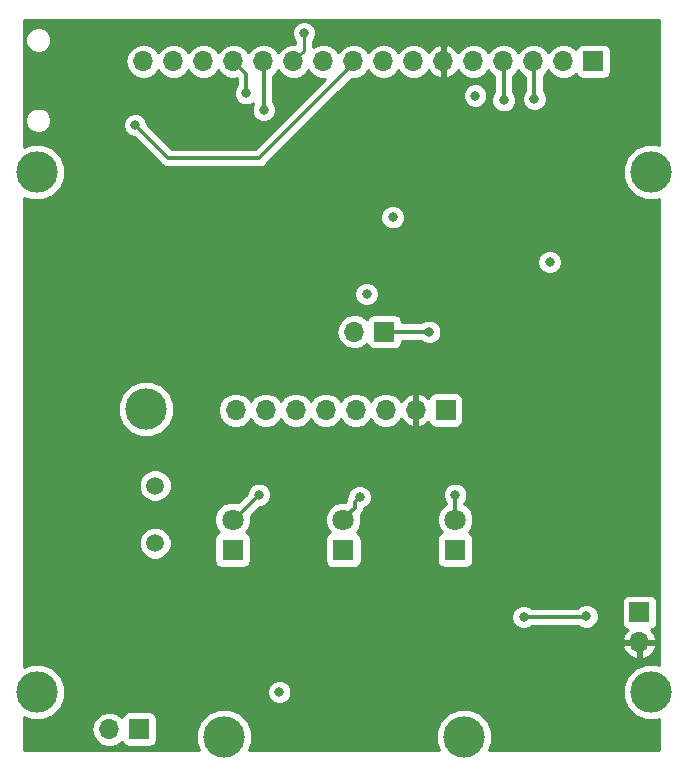
<source format=gbr>
G04 #@! TF.GenerationSoftware,KiCad,Pcbnew,(5.0.2)-1*
G04 #@! TF.CreationDate,2019-02-11T10:40:24+00:00*
G04 #@! TF.ProjectId,AircraftDataLogger,41697263-7261-4667-9444-6174614c6f67,rev?*
G04 #@! TF.SameCoordinates,Original*
G04 #@! TF.FileFunction,Copper,L2,Bot*
G04 #@! TF.FilePolarity,Positive*
%FSLAX46Y46*%
G04 Gerber Fmt 4.6, Leading zero omitted, Abs format (unit mm)*
G04 Created by KiCad (PCBNEW (5.0.2)-1) date 11/02/2019 10:40:24*
%MOMM*%
%LPD*%
G01*
G04 APERTURE LIST*
G04 #@! TA.AperFunction,ComponentPad*
%ADD10C,3.500000*%
G04 #@! TD*
G04 #@! TA.AperFunction,ComponentPad*
%ADD11C,1.800000*%
G04 #@! TD*
G04 #@! TA.AperFunction,ComponentPad*
%ADD12R,1.800000X1.800000*%
G04 #@! TD*
G04 #@! TA.AperFunction,ComponentPad*
%ADD13R,1.700000X1.700000*%
G04 #@! TD*
G04 #@! TA.AperFunction,ComponentPad*
%ADD14O,1.700000X1.700000*%
G04 #@! TD*
G04 #@! TA.AperFunction,ComponentPad*
%ADD15C,1.500000*%
G04 #@! TD*
G04 #@! TA.AperFunction,ViaPad*
%ADD16C,0.800000*%
G04 #@! TD*
G04 #@! TA.AperFunction,Conductor*
%ADD17C,0.250000*%
G04 #@! TD*
G04 #@! TA.AperFunction,Conductor*
%ADD18C,0.300000*%
G04 #@! TD*
G04 #@! TA.AperFunction,Conductor*
%ADD19C,0.254000*%
G04 #@! TD*
G04 APERTURE END LIST*
D10*
G04 #@! TO.P,TL,1*
G04 #@! TO.N,N/C*
X52200000Y-59000000D03*
G04 #@! TD*
G04 #@! TO.P,uSDR,1*
G04 #@! TO.N,N/C*
X88360000Y-106800000D03*
G04 #@! TD*
G04 #@! TO.P,uSDL,1*
G04 #@! TO.N,N/C*
X68040000Y-106800000D03*
G04 #@! TD*
G04 #@! TO.P,BL,1*
G04 #@! TO.N,N/C*
X104200000Y-103000000D03*
G04 #@! TD*
G04 #@! TO.P,TR,1*
G04 #@! TO.N,N/C*
X104200000Y-59000000D03*
G04 #@! TD*
G04 #@! TO.P,GPS,1*
G04 #@! TO.N,N/C*
X61400000Y-79060000D03*
G04 #@! TD*
D11*
G04 #@! TO.P,D1,2*
G04 #@! TO.N,FIX*
X87600000Y-88410000D03*
D12*
G04 #@! TO.P,D1,1*
G04 #@! TO.N,Net-(D1-Pad1)*
X87600000Y-90950000D03*
G04 #@! TD*
G04 #@! TO.P,D2,1*
G04 #@! TO.N,Net-(D2-Pad1)*
X68750000Y-90950000D03*
D11*
G04 #@! TO.P,D2,2*
G04 #@! TO.N,STABLE*
X68750000Y-88410000D03*
G04 #@! TD*
D12*
G04 #@! TO.P,D3,1*
G04 #@! TO.N,Net-(D3-Pad1)*
X78124000Y-90964600D03*
D11*
G04 #@! TO.P,D3,2*
G04 #@! TO.N,REC*
X78124000Y-88424600D03*
G04 #@! TD*
D13*
G04 #@! TO.P,J1,1*
G04 #@! TO.N,Net-(J1-Pad1)*
X86800000Y-79130000D03*
D14*
G04 #@! TO.P,J1,2*
G04 #@! TO.N,GND*
X84260000Y-79130000D03*
G04 #@! TO.P,J1,3*
G04 #@! TO.N,3V3*
X81720000Y-79130000D03*
G04 #@! TO.P,J1,4*
G04 #@! TO.N,SCK*
X79180000Y-79130000D03*
G04 #@! TO.P,J1,5*
G04 #@! TO.N,MISO*
X76640000Y-79130000D03*
G04 #@! TO.P,J1,6*
G04 #@! TO.N,MOSI*
X74100000Y-79130000D03*
G04 #@! TO.P,J1,7*
G04 #@! TO.N,CS*
X71560000Y-79130000D03*
G04 #@! TO.P,J1,8*
G04 #@! TO.N,Net-(J1-Pad8)*
X69020000Y-79130000D03*
G04 #@! TD*
D13*
G04 #@! TO.P,J3,1*
G04 #@! TO.N,TXD*
X60850000Y-106150000D03*
D14*
G04 #@! TO.P,J3,2*
G04 #@! TO.N,RXD*
X58310000Y-106150000D03*
G04 #@! TD*
D15*
G04 #@! TO.P,Y1,1*
G04 #@! TO.N,Net-(C2-Pad2)*
X62200000Y-90400000D03*
G04 #@! TO.P,Y1,2*
G04 #@! TO.N,Net-(C1-Pad2)*
X62200000Y-85520000D03*
G04 #@! TD*
D10*
G04 #@! TO.P,BL,1*
G04 #@! TO.N,N/C*
X52200000Y-103000000D03*
G04 #@! TD*
D13*
G04 #@! TO.P,J2,1*
G04 #@! TO.N,Net-(J2-Pad1)*
X99300000Y-49600000D03*
D14*
G04 #@! TO.P,J2,2*
G04 #@! TO.N,Net-(J2-Pad2)*
X96760000Y-49600000D03*
G04 #@! TO.P,J2,3*
G04 #@! TO.N,SDA*
X94220000Y-49600000D03*
G04 #@! TO.P,J2,4*
G04 #@! TO.N,SCL*
X91680000Y-49600000D03*
G04 #@! TO.P,J2,5*
G04 #@! TO.N,3V3*
X89140000Y-49600000D03*
G04 #@! TO.P,J2,6*
G04 #@! TO.N,GND*
X86600000Y-49600000D03*
G04 #@! TO.P,J2,7*
G04 #@! TO.N,Net-(J2-Pad7)*
X84060000Y-49600000D03*
G04 #@! TO.P,J2,8*
G04 #@! TO.N,3V3*
X81520000Y-49600000D03*
G04 #@! TO.P,J2,9*
G04 #@! TO.N,Net-(J2-Pad9)*
X78980000Y-49600000D03*
G04 #@! TO.P,J2,10*
G04 #@! TO.N,Net-(J2-Pad10)*
X76440000Y-49600000D03*
G04 #@! TO.P,J2,11*
G04 #@! TO.N,FIX*
X73900000Y-49600000D03*
G04 #@! TO.P,J2,12*
G04 #@! TO.N,TXD*
X71360000Y-49600000D03*
G04 #@! TO.P,J2,13*
G04 #@! TO.N,RXD*
X68820000Y-49600000D03*
G04 #@! TO.P,J2,14*
G04 #@! TO.N,Net-(J2-Pad14)*
X66280000Y-49600000D03*
G04 #@! TO.P,J2,15*
G04 #@! TO.N,Net-(J2-Pad15)*
X63740000Y-49600000D03*
G04 #@! TO.P,J2,16*
G04 #@! TO.N,Net-(J2-Pad16)*
X61200000Y-49600000D03*
G04 #@! TD*
G04 #@! TO.P,J4,2*
G04 #@! TO.N,3V3*
X79060000Y-72500000D03*
D13*
G04 #@! TO.P,J4,1*
G04 #@! TO.N,Net-(J4-Pad1)*
X81600000Y-72500000D03*
G04 #@! TD*
G04 #@! TO.P,J5,1*
G04 #@! TO.N,+9V*
X103200000Y-96260000D03*
D14*
G04 #@! TO.P,J5,2*
G04 #@! TO.N,GND*
X103200000Y-98800000D03*
G04 #@! TD*
D16*
G04 #@! TO.N,GND*
X92200000Y-95900000D03*
X56600000Y-87800000D03*
X95600000Y-65000000D03*
X81150000Y-63700000D03*
X79900000Y-97800000D03*
X58200000Y-49300000D03*
X100500000Y-102900000D03*
X96500000Y-98200000D03*
G04 #@! TO.N,3V3*
X82300000Y-62800000D03*
X95600000Y-66600000D03*
X80100000Y-69300000D03*
X72700000Y-103000000D03*
X89300000Y-52500000D03*
G04 #@! TO.N,FIX*
X74800000Y-47200000D03*
X87600000Y-86300000D03*
G04 #@! TO.N,STABLE*
X71000000Y-86300000D03*
G04 #@! TO.N,REC*
X79500000Y-86500000D03*
G04 #@! TO.N,RXD*
X69900000Y-52300000D03*
G04 #@! TO.N,TXD*
X71400000Y-53700000D03*
G04 #@! TO.N,SDA*
X94300000Y-52800000D03*
G04 #@! TO.N,SCL*
X91700000Y-52900000D03*
G04 #@! TO.N,+9V*
X93400000Y-96650000D03*
X98700000Y-96600000D03*
G04 #@! TO.N,Net-(J2-Pad9)*
X60500000Y-55000000D03*
G04 #@! TO.N,Net-(J4-Pad1)*
X85400000Y-72500000D03*
G04 #@! TD*
D17*
G04 #@! TO.N,FIX*
X74800000Y-47200000D02*
X74800000Y-48700000D01*
X74800000Y-48700000D02*
X73900000Y-49600000D01*
D18*
X87600000Y-86300000D02*
X87600000Y-88300000D01*
G04 #@! TO.N,STABLE*
X71000000Y-86300000D02*
X68900000Y-88400000D01*
G04 #@! TO.N,REC*
X79100001Y-86899999D02*
X79100001Y-87399999D01*
X79500000Y-86500000D02*
X79100001Y-86899999D01*
X79100001Y-87399999D02*
X78200000Y-88300000D01*
G04 #@! TO.N,RXD*
X69900000Y-52300000D02*
X69900000Y-50700000D01*
X69900000Y-50700000D02*
X68900000Y-49700000D01*
G04 #@! TO.N,TXD*
X71400000Y-53700000D02*
X71400000Y-53134315D01*
X71400000Y-53134315D02*
X71400000Y-49700000D01*
G04 #@! TO.N,SDA*
X94300000Y-52800000D02*
X94300000Y-52234315D01*
X94300000Y-52234315D02*
X94300000Y-49600000D01*
G04 #@! TO.N,SCL*
X91700000Y-52900000D02*
X91700000Y-52334315D01*
X91700000Y-52334315D02*
X91700000Y-49600000D01*
G04 #@! TO.N,+9V*
X93400000Y-96650000D02*
X98650000Y-96650000D01*
X98650000Y-96650000D02*
X98700000Y-96600000D01*
G04 #@! TO.N,Net-(J2-Pad9)*
X60500000Y-55000000D02*
X63300000Y-57800000D01*
X63300000Y-57800000D02*
X71000000Y-57800000D01*
X71000000Y-57800000D02*
X79100000Y-49700000D01*
G04 #@! TO.N,Net-(J4-Pad1)*
X85400000Y-72500000D02*
X81600000Y-72500000D01*
G04 #@! TD*
D19*
G04 #@! TO.N,GND*
G36*
X104873000Y-56697260D02*
X104674406Y-56615000D01*
X103725594Y-56615000D01*
X102849006Y-56978095D01*
X102178095Y-57649006D01*
X101815000Y-58525594D01*
X101815000Y-59474406D01*
X102178095Y-60350994D01*
X102849006Y-61021905D01*
X103725594Y-61385000D01*
X104674406Y-61385000D01*
X104873000Y-61302740D01*
X104873000Y-100697260D01*
X104674406Y-100615000D01*
X103725594Y-100615000D01*
X102849006Y-100978095D01*
X102178095Y-101649006D01*
X101815000Y-102525594D01*
X101815000Y-103474406D01*
X102178095Y-104350994D01*
X102849006Y-105021905D01*
X103725594Y-105385000D01*
X104674406Y-105385000D01*
X104873000Y-105302740D01*
X104873000Y-107873000D01*
X90497054Y-107873000D01*
X90745000Y-107274406D01*
X90745000Y-106325594D01*
X90381905Y-105449006D01*
X89710994Y-104778095D01*
X88834406Y-104415000D01*
X87885594Y-104415000D01*
X87009006Y-104778095D01*
X86338095Y-105449006D01*
X85975000Y-106325594D01*
X85975000Y-107274406D01*
X86222946Y-107873000D01*
X70177054Y-107873000D01*
X70425000Y-107274406D01*
X70425000Y-106325594D01*
X70061905Y-105449006D01*
X69390994Y-104778095D01*
X68514406Y-104415000D01*
X67565594Y-104415000D01*
X66689006Y-104778095D01*
X66018095Y-105449006D01*
X65655000Y-106325594D01*
X65655000Y-107274406D01*
X65902946Y-107873000D01*
X51127000Y-107873000D01*
X51127000Y-106150000D01*
X56795908Y-106150000D01*
X56911161Y-106729418D01*
X57239375Y-107220625D01*
X57730582Y-107548839D01*
X58163744Y-107635000D01*
X58456256Y-107635000D01*
X58889418Y-107548839D01*
X59380625Y-107220625D01*
X59392816Y-107202381D01*
X59401843Y-107247765D01*
X59542191Y-107457809D01*
X59752235Y-107598157D01*
X60000000Y-107647440D01*
X61700000Y-107647440D01*
X61947765Y-107598157D01*
X62157809Y-107457809D01*
X62298157Y-107247765D01*
X62347440Y-107000000D01*
X62347440Y-105300000D01*
X62298157Y-105052235D01*
X62157809Y-104842191D01*
X61947765Y-104701843D01*
X61700000Y-104652560D01*
X60000000Y-104652560D01*
X59752235Y-104701843D01*
X59542191Y-104842191D01*
X59401843Y-105052235D01*
X59392816Y-105097619D01*
X59380625Y-105079375D01*
X58889418Y-104751161D01*
X58456256Y-104665000D01*
X58163744Y-104665000D01*
X57730582Y-104751161D01*
X57239375Y-105079375D01*
X56911161Y-105570582D01*
X56795908Y-106150000D01*
X51127000Y-106150000D01*
X51127000Y-105137054D01*
X51725594Y-105385000D01*
X52674406Y-105385000D01*
X53550994Y-105021905D01*
X54221905Y-104350994D01*
X54585000Y-103474406D01*
X54585000Y-102794126D01*
X71665000Y-102794126D01*
X71665000Y-103205874D01*
X71822569Y-103586280D01*
X72113720Y-103877431D01*
X72494126Y-104035000D01*
X72905874Y-104035000D01*
X73286280Y-103877431D01*
X73577431Y-103586280D01*
X73735000Y-103205874D01*
X73735000Y-102794126D01*
X73577431Y-102413720D01*
X73286280Y-102122569D01*
X72905874Y-101965000D01*
X72494126Y-101965000D01*
X72113720Y-102122569D01*
X71822569Y-102413720D01*
X71665000Y-102794126D01*
X54585000Y-102794126D01*
X54585000Y-102525594D01*
X54221905Y-101649006D01*
X53550994Y-100978095D01*
X52674406Y-100615000D01*
X51725594Y-100615000D01*
X51127000Y-100862946D01*
X51127000Y-99156890D01*
X101758524Y-99156890D01*
X101928355Y-99566924D01*
X102318642Y-99995183D01*
X102843108Y-100241486D01*
X103073000Y-100120819D01*
X103073000Y-98927000D01*
X103327000Y-98927000D01*
X103327000Y-100120819D01*
X103556892Y-100241486D01*
X104081358Y-99995183D01*
X104471645Y-99566924D01*
X104641476Y-99156890D01*
X104520155Y-98927000D01*
X103327000Y-98927000D01*
X103073000Y-98927000D01*
X101879845Y-98927000D01*
X101758524Y-99156890D01*
X51127000Y-99156890D01*
X51127000Y-96444126D01*
X92365000Y-96444126D01*
X92365000Y-96855874D01*
X92522569Y-97236280D01*
X92813720Y-97527431D01*
X93194126Y-97685000D01*
X93605874Y-97685000D01*
X93986280Y-97527431D01*
X94078711Y-97435000D01*
X98071289Y-97435000D01*
X98113720Y-97477431D01*
X98494126Y-97635000D01*
X98905874Y-97635000D01*
X99286280Y-97477431D01*
X99577431Y-97186280D01*
X99735000Y-96805874D01*
X99735000Y-96394126D01*
X99577431Y-96013720D01*
X99286280Y-95722569D01*
X98905874Y-95565000D01*
X98494126Y-95565000D01*
X98113720Y-95722569D01*
X97971289Y-95865000D01*
X94078711Y-95865000D01*
X93986280Y-95772569D01*
X93605874Y-95615000D01*
X93194126Y-95615000D01*
X92813720Y-95772569D01*
X92522569Y-96063720D01*
X92365000Y-96444126D01*
X51127000Y-96444126D01*
X51127000Y-95410000D01*
X101702560Y-95410000D01*
X101702560Y-97110000D01*
X101751843Y-97357765D01*
X101892191Y-97567809D01*
X102102235Y-97708157D01*
X102205708Y-97728739D01*
X101928355Y-98033076D01*
X101758524Y-98443110D01*
X101879845Y-98673000D01*
X103073000Y-98673000D01*
X103073000Y-98653000D01*
X103327000Y-98653000D01*
X103327000Y-98673000D01*
X104520155Y-98673000D01*
X104641476Y-98443110D01*
X104471645Y-98033076D01*
X104194292Y-97728739D01*
X104297765Y-97708157D01*
X104507809Y-97567809D01*
X104648157Y-97357765D01*
X104697440Y-97110000D01*
X104697440Y-95410000D01*
X104648157Y-95162235D01*
X104507809Y-94952191D01*
X104297765Y-94811843D01*
X104050000Y-94762560D01*
X102350000Y-94762560D01*
X102102235Y-94811843D01*
X101892191Y-94952191D01*
X101751843Y-95162235D01*
X101702560Y-95410000D01*
X51127000Y-95410000D01*
X51127000Y-90124506D01*
X60815000Y-90124506D01*
X60815000Y-90675494D01*
X61025853Y-91184540D01*
X61415460Y-91574147D01*
X61924506Y-91785000D01*
X62475494Y-91785000D01*
X62984540Y-91574147D01*
X63374147Y-91184540D01*
X63585000Y-90675494D01*
X63585000Y-90124506D01*
X63554139Y-90050000D01*
X67202560Y-90050000D01*
X67202560Y-91850000D01*
X67251843Y-92097765D01*
X67392191Y-92307809D01*
X67602235Y-92448157D01*
X67850000Y-92497440D01*
X69650000Y-92497440D01*
X69897765Y-92448157D01*
X70107809Y-92307809D01*
X70248157Y-92097765D01*
X70297440Y-91850000D01*
X70297440Y-90064600D01*
X76576560Y-90064600D01*
X76576560Y-91864600D01*
X76625843Y-92112365D01*
X76766191Y-92322409D01*
X76976235Y-92462757D01*
X77224000Y-92512040D01*
X79024000Y-92512040D01*
X79271765Y-92462757D01*
X79481809Y-92322409D01*
X79622157Y-92112365D01*
X79671440Y-91864600D01*
X79671440Y-90064600D01*
X79668536Y-90050000D01*
X86052560Y-90050000D01*
X86052560Y-91850000D01*
X86101843Y-92097765D01*
X86242191Y-92307809D01*
X86452235Y-92448157D01*
X86700000Y-92497440D01*
X88500000Y-92497440D01*
X88747765Y-92448157D01*
X88957809Y-92307809D01*
X89098157Y-92097765D01*
X89147440Y-91850000D01*
X89147440Y-90050000D01*
X89098157Y-89802235D01*
X88957809Y-89592191D01*
X88747765Y-89451843D01*
X88732092Y-89448725D01*
X88901310Y-89279507D01*
X89135000Y-88715330D01*
X89135000Y-88104670D01*
X88901310Y-87540493D01*
X88469507Y-87108690D01*
X88385000Y-87073686D01*
X88385000Y-86978711D01*
X88477431Y-86886280D01*
X88635000Y-86505874D01*
X88635000Y-86094126D01*
X88477431Y-85713720D01*
X88186280Y-85422569D01*
X87805874Y-85265000D01*
X87394126Y-85265000D01*
X87013720Y-85422569D01*
X86722569Y-85713720D01*
X86565000Y-86094126D01*
X86565000Y-86505874D01*
X86722569Y-86886280D01*
X86815000Y-86978711D01*
X86815000Y-87073686D01*
X86730493Y-87108690D01*
X86298690Y-87540493D01*
X86065000Y-88104670D01*
X86065000Y-88715330D01*
X86298690Y-89279507D01*
X86467908Y-89448725D01*
X86452235Y-89451843D01*
X86242191Y-89592191D01*
X86101843Y-89802235D01*
X86052560Y-90050000D01*
X79668536Y-90050000D01*
X79622157Y-89816835D01*
X79481809Y-89606791D01*
X79271765Y-89466443D01*
X79256092Y-89463325D01*
X79425310Y-89294107D01*
X79659000Y-88729930D01*
X79659000Y-88119270D01*
X79610768Y-88002827D01*
X79665954Y-87965952D01*
X79839455Y-87706291D01*
X79885001Y-87477315D01*
X79885001Y-87477311D01*
X79888579Y-87459321D01*
X80086280Y-87377431D01*
X80377431Y-87086280D01*
X80535000Y-86705874D01*
X80535000Y-86294126D01*
X80377431Y-85913720D01*
X80086280Y-85622569D01*
X79705874Y-85465000D01*
X79294126Y-85465000D01*
X78913720Y-85622569D01*
X78622569Y-85913720D01*
X78465000Y-86294126D01*
X78465000Y-86437383D01*
X78360547Y-86593708D01*
X78315001Y-86822684D01*
X78315001Y-86822687D01*
X78301691Y-86889600D01*
X77818670Y-86889600D01*
X77254493Y-87123290D01*
X76822690Y-87555093D01*
X76589000Y-88119270D01*
X76589000Y-88729930D01*
X76822690Y-89294107D01*
X76991908Y-89463325D01*
X76976235Y-89466443D01*
X76766191Y-89606791D01*
X76625843Y-89816835D01*
X76576560Y-90064600D01*
X70297440Y-90064600D01*
X70297440Y-90050000D01*
X70248157Y-89802235D01*
X70107809Y-89592191D01*
X69897765Y-89451843D01*
X69882092Y-89448725D01*
X70051310Y-89279507D01*
X70285000Y-88715330D01*
X70285000Y-88125157D01*
X71075158Y-87335000D01*
X71205874Y-87335000D01*
X71586280Y-87177431D01*
X71877431Y-86886280D01*
X72035000Y-86505874D01*
X72035000Y-86094126D01*
X71877431Y-85713720D01*
X71586280Y-85422569D01*
X71205874Y-85265000D01*
X70794126Y-85265000D01*
X70413720Y-85422569D01*
X70122569Y-85713720D01*
X69965000Y-86094126D01*
X69965000Y-86224842D01*
X69238833Y-86951010D01*
X69055330Y-86875000D01*
X68444670Y-86875000D01*
X67880493Y-87108690D01*
X67448690Y-87540493D01*
X67215000Y-88104670D01*
X67215000Y-88715330D01*
X67448690Y-89279507D01*
X67617908Y-89448725D01*
X67602235Y-89451843D01*
X67392191Y-89592191D01*
X67251843Y-89802235D01*
X67202560Y-90050000D01*
X63554139Y-90050000D01*
X63374147Y-89615460D01*
X62984540Y-89225853D01*
X62475494Y-89015000D01*
X61924506Y-89015000D01*
X61415460Y-89225853D01*
X61025853Y-89615460D01*
X60815000Y-90124506D01*
X51127000Y-90124506D01*
X51127000Y-85244506D01*
X60815000Y-85244506D01*
X60815000Y-85795494D01*
X61025853Y-86304540D01*
X61415460Y-86694147D01*
X61924506Y-86905000D01*
X62475494Y-86905000D01*
X62984540Y-86694147D01*
X63374147Y-86304540D01*
X63585000Y-85795494D01*
X63585000Y-85244506D01*
X63374147Y-84735460D01*
X62984540Y-84345853D01*
X62475494Y-84135000D01*
X61924506Y-84135000D01*
X61415460Y-84345853D01*
X61025853Y-84735460D01*
X60815000Y-85244506D01*
X51127000Y-85244506D01*
X51127000Y-78585594D01*
X59015000Y-78585594D01*
X59015000Y-79534406D01*
X59378095Y-80410994D01*
X60049006Y-81081905D01*
X60925594Y-81445000D01*
X61874406Y-81445000D01*
X62750994Y-81081905D01*
X63421905Y-80410994D01*
X63785000Y-79534406D01*
X63785000Y-79130000D01*
X67505908Y-79130000D01*
X67621161Y-79709418D01*
X67949375Y-80200625D01*
X68440582Y-80528839D01*
X68873744Y-80615000D01*
X69166256Y-80615000D01*
X69599418Y-80528839D01*
X70090625Y-80200625D01*
X70290000Y-79902239D01*
X70489375Y-80200625D01*
X70980582Y-80528839D01*
X71413744Y-80615000D01*
X71706256Y-80615000D01*
X72139418Y-80528839D01*
X72630625Y-80200625D01*
X72830000Y-79902239D01*
X73029375Y-80200625D01*
X73520582Y-80528839D01*
X73953744Y-80615000D01*
X74246256Y-80615000D01*
X74679418Y-80528839D01*
X75170625Y-80200625D01*
X75370000Y-79902239D01*
X75569375Y-80200625D01*
X76060582Y-80528839D01*
X76493744Y-80615000D01*
X76786256Y-80615000D01*
X77219418Y-80528839D01*
X77710625Y-80200625D01*
X77910000Y-79902239D01*
X78109375Y-80200625D01*
X78600582Y-80528839D01*
X79033744Y-80615000D01*
X79326256Y-80615000D01*
X79759418Y-80528839D01*
X80250625Y-80200625D01*
X80450000Y-79902239D01*
X80649375Y-80200625D01*
X81140582Y-80528839D01*
X81573744Y-80615000D01*
X81866256Y-80615000D01*
X82299418Y-80528839D01*
X82790625Y-80200625D01*
X83003843Y-79881522D01*
X83064817Y-80011358D01*
X83493076Y-80401645D01*
X83903110Y-80571476D01*
X84133000Y-80450155D01*
X84133000Y-79257000D01*
X84113000Y-79257000D01*
X84113000Y-79003000D01*
X84133000Y-79003000D01*
X84133000Y-77809845D01*
X84387000Y-77809845D01*
X84387000Y-79003000D01*
X84407000Y-79003000D01*
X84407000Y-79257000D01*
X84387000Y-79257000D01*
X84387000Y-80450155D01*
X84616890Y-80571476D01*
X85026924Y-80401645D01*
X85331261Y-80124292D01*
X85351843Y-80227765D01*
X85492191Y-80437809D01*
X85702235Y-80578157D01*
X85950000Y-80627440D01*
X87650000Y-80627440D01*
X87897765Y-80578157D01*
X88107809Y-80437809D01*
X88248157Y-80227765D01*
X88297440Y-79980000D01*
X88297440Y-78280000D01*
X88248157Y-78032235D01*
X88107809Y-77822191D01*
X87897765Y-77681843D01*
X87650000Y-77632560D01*
X85950000Y-77632560D01*
X85702235Y-77681843D01*
X85492191Y-77822191D01*
X85351843Y-78032235D01*
X85331261Y-78135708D01*
X85026924Y-77858355D01*
X84616890Y-77688524D01*
X84387000Y-77809845D01*
X84133000Y-77809845D01*
X83903110Y-77688524D01*
X83493076Y-77858355D01*
X83064817Y-78248642D01*
X83003843Y-78378478D01*
X82790625Y-78059375D01*
X82299418Y-77731161D01*
X81866256Y-77645000D01*
X81573744Y-77645000D01*
X81140582Y-77731161D01*
X80649375Y-78059375D01*
X80450000Y-78357761D01*
X80250625Y-78059375D01*
X79759418Y-77731161D01*
X79326256Y-77645000D01*
X79033744Y-77645000D01*
X78600582Y-77731161D01*
X78109375Y-78059375D01*
X77910000Y-78357761D01*
X77710625Y-78059375D01*
X77219418Y-77731161D01*
X76786256Y-77645000D01*
X76493744Y-77645000D01*
X76060582Y-77731161D01*
X75569375Y-78059375D01*
X75370000Y-78357761D01*
X75170625Y-78059375D01*
X74679418Y-77731161D01*
X74246256Y-77645000D01*
X73953744Y-77645000D01*
X73520582Y-77731161D01*
X73029375Y-78059375D01*
X72830000Y-78357761D01*
X72630625Y-78059375D01*
X72139418Y-77731161D01*
X71706256Y-77645000D01*
X71413744Y-77645000D01*
X70980582Y-77731161D01*
X70489375Y-78059375D01*
X70290000Y-78357761D01*
X70090625Y-78059375D01*
X69599418Y-77731161D01*
X69166256Y-77645000D01*
X68873744Y-77645000D01*
X68440582Y-77731161D01*
X67949375Y-78059375D01*
X67621161Y-78550582D01*
X67505908Y-79130000D01*
X63785000Y-79130000D01*
X63785000Y-78585594D01*
X63421905Y-77709006D01*
X62750994Y-77038095D01*
X61874406Y-76675000D01*
X60925594Y-76675000D01*
X60049006Y-77038095D01*
X59378095Y-77709006D01*
X59015000Y-78585594D01*
X51127000Y-78585594D01*
X51127000Y-72500000D01*
X77545908Y-72500000D01*
X77661161Y-73079418D01*
X77989375Y-73570625D01*
X78480582Y-73898839D01*
X78913744Y-73985000D01*
X79206256Y-73985000D01*
X79639418Y-73898839D01*
X80130625Y-73570625D01*
X80142816Y-73552381D01*
X80151843Y-73597765D01*
X80292191Y-73807809D01*
X80502235Y-73948157D01*
X80750000Y-73997440D01*
X82450000Y-73997440D01*
X82697765Y-73948157D01*
X82907809Y-73807809D01*
X83048157Y-73597765D01*
X83097440Y-73350000D01*
X83097440Y-73285000D01*
X84721289Y-73285000D01*
X84813720Y-73377431D01*
X85194126Y-73535000D01*
X85605874Y-73535000D01*
X85986280Y-73377431D01*
X86277431Y-73086280D01*
X86435000Y-72705874D01*
X86435000Y-72294126D01*
X86277431Y-71913720D01*
X85986280Y-71622569D01*
X85605874Y-71465000D01*
X85194126Y-71465000D01*
X84813720Y-71622569D01*
X84721289Y-71715000D01*
X83097440Y-71715000D01*
X83097440Y-71650000D01*
X83048157Y-71402235D01*
X82907809Y-71192191D01*
X82697765Y-71051843D01*
X82450000Y-71002560D01*
X80750000Y-71002560D01*
X80502235Y-71051843D01*
X80292191Y-71192191D01*
X80151843Y-71402235D01*
X80142816Y-71447619D01*
X80130625Y-71429375D01*
X79639418Y-71101161D01*
X79206256Y-71015000D01*
X78913744Y-71015000D01*
X78480582Y-71101161D01*
X77989375Y-71429375D01*
X77661161Y-71920582D01*
X77545908Y-72500000D01*
X51127000Y-72500000D01*
X51127000Y-69094126D01*
X79065000Y-69094126D01*
X79065000Y-69505874D01*
X79222569Y-69886280D01*
X79513720Y-70177431D01*
X79894126Y-70335000D01*
X80305874Y-70335000D01*
X80686280Y-70177431D01*
X80977431Y-69886280D01*
X81135000Y-69505874D01*
X81135000Y-69094126D01*
X80977431Y-68713720D01*
X80686280Y-68422569D01*
X80305874Y-68265000D01*
X79894126Y-68265000D01*
X79513720Y-68422569D01*
X79222569Y-68713720D01*
X79065000Y-69094126D01*
X51127000Y-69094126D01*
X51127000Y-66394126D01*
X94565000Y-66394126D01*
X94565000Y-66805874D01*
X94722569Y-67186280D01*
X95013720Y-67477431D01*
X95394126Y-67635000D01*
X95805874Y-67635000D01*
X96186280Y-67477431D01*
X96477431Y-67186280D01*
X96635000Y-66805874D01*
X96635000Y-66394126D01*
X96477431Y-66013720D01*
X96186280Y-65722569D01*
X95805874Y-65565000D01*
X95394126Y-65565000D01*
X95013720Y-65722569D01*
X94722569Y-66013720D01*
X94565000Y-66394126D01*
X51127000Y-66394126D01*
X51127000Y-62594126D01*
X81265000Y-62594126D01*
X81265000Y-63005874D01*
X81422569Y-63386280D01*
X81713720Y-63677431D01*
X82094126Y-63835000D01*
X82505874Y-63835000D01*
X82886280Y-63677431D01*
X83177431Y-63386280D01*
X83335000Y-63005874D01*
X83335000Y-62594126D01*
X83177431Y-62213720D01*
X82886280Y-61922569D01*
X82505874Y-61765000D01*
X82094126Y-61765000D01*
X81713720Y-61922569D01*
X81422569Y-62213720D01*
X81265000Y-62594126D01*
X51127000Y-62594126D01*
X51127000Y-61137054D01*
X51725594Y-61385000D01*
X52674406Y-61385000D01*
X53550994Y-61021905D01*
X54221905Y-60350994D01*
X54585000Y-59474406D01*
X54585000Y-58525594D01*
X54221905Y-57649006D01*
X53550994Y-56978095D01*
X52674406Y-56615000D01*
X51725594Y-56615000D01*
X51127000Y-56862946D01*
X51127000Y-54384180D01*
X51215000Y-54384180D01*
X51215000Y-54815820D01*
X51380182Y-55214603D01*
X51685397Y-55519818D01*
X52084180Y-55685000D01*
X52515820Y-55685000D01*
X52914603Y-55519818D01*
X53219818Y-55214603D01*
X53385000Y-54815820D01*
X53385000Y-54794126D01*
X59465000Y-54794126D01*
X59465000Y-55205874D01*
X59622569Y-55586280D01*
X59913720Y-55877431D01*
X60294126Y-56035000D01*
X60424843Y-56035000D01*
X62690253Y-58300411D01*
X62734047Y-58365953D01*
X62799589Y-58409747D01*
X62799591Y-58409749D01*
X62972965Y-58525594D01*
X62993708Y-58539454D01*
X63222684Y-58585000D01*
X63222688Y-58585000D01*
X63300000Y-58600378D01*
X63377312Y-58585000D01*
X70922688Y-58585000D01*
X71000000Y-58600378D01*
X71077312Y-58585000D01*
X71077316Y-58585000D01*
X71306292Y-58539454D01*
X71565953Y-58365953D01*
X71609749Y-58300408D01*
X77616031Y-52294126D01*
X88265000Y-52294126D01*
X88265000Y-52705874D01*
X88422569Y-53086280D01*
X88713720Y-53377431D01*
X89094126Y-53535000D01*
X89505874Y-53535000D01*
X89886280Y-53377431D01*
X90177431Y-53086280D01*
X90335000Y-52705874D01*
X90335000Y-52294126D01*
X90177431Y-51913720D01*
X89886280Y-51622569D01*
X89505874Y-51465000D01*
X89094126Y-51465000D01*
X88713720Y-51622569D01*
X88422569Y-51913720D01*
X88265000Y-52294126D01*
X77616031Y-52294126D01*
X78826582Y-51083575D01*
X78833744Y-51085000D01*
X79126256Y-51085000D01*
X79559418Y-50998839D01*
X80050625Y-50670625D01*
X80250000Y-50372239D01*
X80449375Y-50670625D01*
X80940582Y-50998839D01*
X81373744Y-51085000D01*
X81666256Y-51085000D01*
X82099418Y-50998839D01*
X82590625Y-50670625D01*
X82790000Y-50372239D01*
X82989375Y-50670625D01*
X83480582Y-50998839D01*
X83913744Y-51085000D01*
X84206256Y-51085000D01*
X84639418Y-50998839D01*
X85130625Y-50670625D01*
X85343843Y-50351522D01*
X85404817Y-50481358D01*
X85833076Y-50871645D01*
X86243110Y-51041476D01*
X86473000Y-50920155D01*
X86473000Y-49727000D01*
X86453000Y-49727000D01*
X86453000Y-49473000D01*
X86473000Y-49473000D01*
X86473000Y-48279845D01*
X86727000Y-48279845D01*
X86727000Y-49473000D01*
X86747000Y-49473000D01*
X86747000Y-49727000D01*
X86727000Y-49727000D01*
X86727000Y-50920155D01*
X86956890Y-51041476D01*
X87366924Y-50871645D01*
X87795183Y-50481358D01*
X87856157Y-50351522D01*
X88069375Y-50670625D01*
X88560582Y-50998839D01*
X88993744Y-51085000D01*
X89286256Y-51085000D01*
X89719418Y-50998839D01*
X90210625Y-50670625D01*
X90410000Y-50372239D01*
X90609375Y-50670625D01*
X90915001Y-50874837D01*
X90915000Y-52221289D01*
X90822569Y-52313720D01*
X90665000Y-52694126D01*
X90665000Y-53105874D01*
X90822569Y-53486280D01*
X91113720Y-53777431D01*
X91494126Y-53935000D01*
X91905874Y-53935000D01*
X92286280Y-53777431D01*
X92577431Y-53486280D01*
X92735000Y-53105874D01*
X92735000Y-52694126D01*
X92577431Y-52313720D01*
X92485000Y-52221289D01*
X92485000Y-50848110D01*
X92750625Y-50670625D01*
X92950000Y-50372239D01*
X93149375Y-50670625D01*
X93515001Y-50914928D01*
X93515000Y-52121289D01*
X93422569Y-52213720D01*
X93265000Y-52594126D01*
X93265000Y-53005874D01*
X93422569Y-53386280D01*
X93713720Y-53677431D01*
X94094126Y-53835000D01*
X94505874Y-53835000D01*
X94886280Y-53677431D01*
X95177431Y-53386280D01*
X95335000Y-53005874D01*
X95335000Y-52594126D01*
X95177431Y-52213720D01*
X95085000Y-52121289D01*
X95085000Y-50808019D01*
X95290625Y-50670625D01*
X95490000Y-50372239D01*
X95689375Y-50670625D01*
X96180582Y-50998839D01*
X96613744Y-51085000D01*
X96906256Y-51085000D01*
X97339418Y-50998839D01*
X97830625Y-50670625D01*
X97842816Y-50652381D01*
X97851843Y-50697765D01*
X97992191Y-50907809D01*
X98202235Y-51048157D01*
X98450000Y-51097440D01*
X100150000Y-51097440D01*
X100397765Y-51048157D01*
X100607809Y-50907809D01*
X100748157Y-50697765D01*
X100797440Y-50450000D01*
X100797440Y-48750000D01*
X100748157Y-48502235D01*
X100607809Y-48292191D01*
X100397765Y-48151843D01*
X100150000Y-48102560D01*
X98450000Y-48102560D01*
X98202235Y-48151843D01*
X97992191Y-48292191D01*
X97851843Y-48502235D01*
X97842816Y-48547619D01*
X97830625Y-48529375D01*
X97339418Y-48201161D01*
X96906256Y-48115000D01*
X96613744Y-48115000D01*
X96180582Y-48201161D01*
X95689375Y-48529375D01*
X95490000Y-48827761D01*
X95290625Y-48529375D01*
X94799418Y-48201161D01*
X94366256Y-48115000D01*
X94073744Y-48115000D01*
X93640582Y-48201161D01*
X93149375Y-48529375D01*
X92950000Y-48827761D01*
X92750625Y-48529375D01*
X92259418Y-48201161D01*
X91826256Y-48115000D01*
X91533744Y-48115000D01*
X91100582Y-48201161D01*
X90609375Y-48529375D01*
X90410000Y-48827761D01*
X90210625Y-48529375D01*
X89719418Y-48201161D01*
X89286256Y-48115000D01*
X88993744Y-48115000D01*
X88560582Y-48201161D01*
X88069375Y-48529375D01*
X87856157Y-48848478D01*
X87795183Y-48718642D01*
X87366924Y-48328355D01*
X86956890Y-48158524D01*
X86727000Y-48279845D01*
X86473000Y-48279845D01*
X86243110Y-48158524D01*
X85833076Y-48328355D01*
X85404817Y-48718642D01*
X85343843Y-48848478D01*
X85130625Y-48529375D01*
X84639418Y-48201161D01*
X84206256Y-48115000D01*
X83913744Y-48115000D01*
X83480582Y-48201161D01*
X82989375Y-48529375D01*
X82790000Y-48827761D01*
X82590625Y-48529375D01*
X82099418Y-48201161D01*
X81666256Y-48115000D01*
X81373744Y-48115000D01*
X80940582Y-48201161D01*
X80449375Y-48529375D01*
X80250000Y-48827761D01*
X80050625Y-48529375D01*
X79559418Y-48201161D01*
X79126256Y-48115000D01*
X78833744Y-48115000D01*
X78400582Y-48201161D01*
X77909375Y-48529375D01*
X77710000Y-48827761D01*
X77510625Y-48529375D01*
X77019418Y-48201161D01*
X76586256Y-48115000D01*
X76293744Y-48115000D01*
X75860582Y-48201161D01*
X75560000Y-48402003D01*
X75560000Y-47903711D01*
X75677431Y-47786280D01*
X75835000Y-47405874D01*
X75835000Y-46994126D01*
X75677431Y-46613720D01*
X75386280Y-46322569D01*
X75005874Y-46165000D01*
X74594126Y-46165000D01*
X74213720Y-46322569D01*
X73922569Y-46613720D01*
X73765000Y-46994126D01*
X73765000Y-47405874D01*
X73922569Y-47786280D01*
X74040000Y-47903711D01*
X74040001Y-48115000D01*
X73753744Y-48115000D01*
X73320582Y-48201161D01*
X72829375Y-48529375D01*
X72630000Y-48827761D01*
X72430625Y-48529375D01*
X71939418Y-48201161D01*
X71506256Y-48115000D01*
X71213744Y-48115000D01*
X70780582Y-48201161D01*
X70289375Y-48529375D01*
X70090000Y-48827761D01*
X69890625Y-48529375D01*
X69399418Y-48201161D01*
X68966256Y-48115000D01*
X68673744Y-48115000D01*
X68240582Y-48201161D01*
X67749375Y-48529375D01*
X67550000Y-48827761D01*
X67350625Y-48529375D01*
X66859418Y-48201161D01*
X66426256Y-48115000D01*
X66133744Y-48115000D01*
X65700582Y-48201161D01*
X65209375Y-48529375D01*
X65010000Y-48827761D01*
X64810625Y-48529375D01*
X64319418Y-48201161D01*
X63886256Y-48115000D01*
X63593744Y-48115000D01*
X63160582Y-48201161D01*
X62669375Y-48529375D01*
X62470000Y-48827761D01*
X62270625Y-48529375D01*
X61779418Y-48201161D01*
X61346256Y-48115000D01*
X61053744Y-48115000D01*
X60620582Y-48201161D01*
X60129375Y-48529375D01*
X59801161Y-49020582D01*
X59685908Y-49600000D01*
X59801161Y-50179418D01*
X60129375Y-50670625D01*
X60620582Y-50998839D01*
X61053744Y-51085000D01*
X61346256Y-51085000D01*
X61779418Y-50998839D01*
X62270625Y-50670625D01*
X62470000Y-50372239D01*
X62669375Y-50670625D01*
X63160582Y-50998839D01*
X63593744Y-51085000D01*
X63886256Y-51085000D01*
X64319418Y-50998839D01*
X64810625Y-50670625D01*
X65010000Y-50372239D01*
X65209375Y-50670625D01*
X65700582Y-50998839D01*
X66133744Y-51085000D01*
X66426256Y-51085000D01*
X66859418Y-50998839D01*
X67350625Y-50670625D01*
X67550000Y-50372239D01*
X67749375Y-50670625D01*
X68240582Y-50998839D01*
X68673744Y-51085000D01*
X68966256Y-51085000D01*
X69115001Y-51055413D01*
X69115000Y-51621289D01*
X69022569Y-51713720D01*
X68865000Y-52094126D01*
X68865000Y-52505874D01*
X69022569Y-52886280D01*
X69313720Y-53177431D01*
X69694126Y-53335000D01*
X70105874Y-53335000D01*
X70486280Y-53177431D01*
X70503179Y-53160532D01*
X70365000Y-53494126D01*
X70365000Y-53905874D01*
X70522569Y-54286280D01*
X70813720Y-54577431D01*
X71194126Y-54735000D01*
X71605874Y-54735000D01*
X71986280Y-54577431D01*
X72277431Y-54286280D01*
X72435000Y-53905874D01*
X72435000Y-53494126D01*
X72277431Y-53113720D01*
X72185000Y-53021289D01*
X72185000Y-50834746D01*
X72430625Y-50670625D01*
X72630000Y-50372239D01*
X72829375Y-50670625D01*
X73320582Y-50998839D01*
X73753744Y-51085000D01*
X74046256Y-51085000D01*
X74479418Y-50998839D01*
X74970625Y-50670625D01*
X75170000Y-50372239D01*
X75369375Y-50670625D01*
X75860582Y-50998839D01*
X76293744Y-51085000D01*
X76586256Y-51085000D01*
X76609457Y-51080385D01*
X70674843Y-57015000D01*
X63625158Y-57015000D01*
X61535000Y-54924843D01*
X61535000Y-54794126D01*
X61377431Y-54413720D01*
X61086280Y-54122569D01*
X60705874Y-53965000D01*
X60294126Y-53965000D01*
X59913720Y-54122569D01*
X59622569Y-54413720D01*
X59465000Y-54794126D01*
X53385000Y-54794126D01*
X53385000Y-54384180D01*
X53219818Y-53985397D01*
X52914603Y-53680182D01*
X52515820Y-53515000D01*
X52084180Y-53515000D01*
X51685397Y-53680182D01*
X51380182Y-53985397D01*
X51215000Y-54384180D01*
X51127000Y-54384180D01*
X51127000Y-47584180D01*
X51215000Y-47584180D01*
X51215000Y-48015820D01*
X51380182Y-48414603D01*
X51685397Y-48719818D01*
X52084180Y-48885000D01*
X52515820Y-48885000D01*
X52914603Y-48719818D01*
X53219818Y-48414603D01*
X53385000Y-48015820D01*
X53385000Y-47584180D01*
X53219818Y-47185397D01*
X52914603Y-46880182D01*
X52515820Y-46715000D01*
X52084180Y-46715000D01*
X51685397Y-46880182D01*
X51380182Y-47185397D01*
X51215000Y-47584180D01*
X51127000Y-47584180D01*
X51127000Y-46127000D01*
X104873000Y-46127000D01*
X104873000Y-56697260D01*
X104873000Y-56697260D01*
G37*
X104873000Y-56697260D02*
X104674406Y-56615000D01*
X103725594Y-56615000D01*
X102849006Y-56978095D01*
X102178095Y-57649006D01*
X101815000Y-58525594D01*
X101815000Y-59474406D01*
X102178095Y-60350994D01*
X102849006Y-61021905D01*
X103725594Y-61385000D01*
X104674406Y-61385000D01*
X104873000Y-61302740D01*
X104873000Y-100697260D01*
X104674406Y-100615000D01*
X103725594Y-100615000D01*
X102849006Y-100978095D01*
X102178095Y-101649006D01*
X101815000Y-102525594D01*
X101815000Y-103474406D01*
X102178095Y-104350994D01*
X102849006Y-105021905D01*
X103725594Y-105385000D01*
X104674406Y-105385000D01*
X104873000Y-105302740D01*
X104873000Y-107873000D01*
X90497054Y-107873000D01*
X90745000Y-107274406D01*
X90745000Y-106325594D01*
X90381905Y-105449006D01*
X89710994Y-104778095D01*
X88834406Y-104415000D01*
X87885594Y-104415000D01*
X87009006Y-104778095D01*
X86338095Y-105449006D01*
X85975000Y-106325594D01*
X85975000Y-107274406D01*
X86222946Y-107873000D01*
X70177054Y-107873000D01*
X70425000Y-107274406D01*
X70425000Y-106325594D01*
X70061905Y-105449006D01*
X69390994Y-104778095D01*
X68514406Y-104415000D01*
X67565594Y-104415000D01*
X66689006Y-104778095D01*
X66018095Y-105449006D01*
X65655000Y-106325594D01*
X65655000Y-107274406D01*
X65902946Y-107873000D01*
X51127000Y-107873000D01*
X51127000Y-106150000D01*
X56795908Y-106150000D01*
X56911161Y-106729418D01*
X57239375Y-107220625D01*
X57730582Y-107548839D01*
X58163744Y-107635000D01*
X58456256Y-107635000D01*
X58889418Y-107548839D01*
X59380625Y-107220625D01*
X59392816Y-107202381D01*
X59401843Y-107247765D01*
X59542191Y-107457809D01*
X59752235Y-107598157D01*
X60000000Y-107647440D01*
X61700000Y-107647440D01*
X61947765Y-107598157D01*
X62157809Y-107457809D01*
X62298157Y-107247765D01*
X62347440Y-107000000D01*
X62347440Y-105300000D01*
X62298157Y-105052235D01*
X62157809Y-104842191D01*
X61947765Y-104701843D01*
X61700000Y-104652560D01*
X60000000Y-104652560D01*
X59752235Y-104701843D01*
X59542191Y-104842191D01*
X59401843Y-105052235D01*
X59392816Y-105097619D01*
X59380625Y-105079375D01*
X58889418Y-104751161D01*
X58456256Y-104665000D01*
X58163744Y-104665000D01*
X57730582Y-104751161D01*
X57239375Y-105079375D01*
X56911161Y-105570582D01*
X56795908Y-106150000D01*
X51127000Y-106150000D01*
X51127000Y-105137054D01*
X51725594Y-105385000D01*
X52674406Y-105385000D01*
X53550994Y-105021905D01*
X54221905Y-104350994D01*
X54585000Y-103474406D01*
X54585000Y-102794126D01*
X71665000Y-102794126D01*
X71665000Y-103205874D01*
X71822569Y-103586280D01*
X72113720Y-103877431D01*
X72494126Y-104035000D01*
X72905874Y-104035000D01*
X73286280Y-103877431D01*
X73577431Y-103586280D01*
X73735000Y-103205874D01*
X73735000Y-102794126D01*
X73577431Y-102413720D01*
X73286280Y-102122569D01*
X72905874Y-101965000D01*
X72494126Y-101965000D01*
X72113720Y-102122569D01*
X71822569Y-102413720D01*
X71665000Y-102794126D01*
X54585000Y-102794126D01*
X54585000Y-102525594D01*
X54221905Y-101649006D01*
X53550994Y-100978095D01*
X52674406Y-100615000D01*
X51725594Y-100615000D01*
X51127000Y-100862946D01*
X51127000Y-99156890D01*
X101758524Y-99156890D01*
X101928355Y-99566924D01*
X102318642Y-99995183D01*
X102843108Y-100241486D01*
X103073000Y-100120819D01*
X103073000Y-98927000D01*
X103327000Y-98927000D01*
X103327000Y-100120819D01*
X103556892Y-100241486D01*
X104081358Y-99995183D01*
X104471645Y-99566924D01*
X104641476Y-99156890D01*
X104520155Y-98927000D01*
X103327000Y-98927000D01*
X103073000Y-98927000D01*
X101879845Y-98927000D01*
X101758524Y-99156890D01*
X51127000Y-99156890D01*
X51127000Y-96444126D01*
X92365000Y-96444126D01*
X92365000Y-96855874D01*
X92522569Y-97236280D01*
X92813720Y-97527431D01*
X93194126Y-97685000D01*
X93605874Y-97685000D01*
X93986280Y-97527431D01*
X94078711Y-97435000D01*
X98071289Y-97435000D01*
X98113720Y-97477431D01*
X98494126Y-97635000D01*
X98905874Y-97635000D01*
X99286280Y-97477431D01*
X99577431Y-97186280D01*
X99735000Y-96805874D01*
X99735000Y-96394126D01*
X99577431Y-96013720D01*
X99286280Y-95722569D01*
X98905874Y-95565000D01*
X98494126Y-95565000D01*
X98113720Y-95722569D01*
X97971289Y-95865000D01*
X94078711Y-95865000D01*
X93986280Y-95772569D01*
X93605874Y-95615000D01*
X93194126Y-95615000D01*
X92813720Y-95772569D01*
X92522569Y-96063720D01*
X92365000Y-96444126D01*
X51127000Y-96444126D01*
X51127000Y-95410000D01*
X101702560Y-95410000D01*
X101702560Y-97110000D01*
X101751843Y-97357765D01*
X101892191Y-97567809D01*
X102102235Y-97708157D01*
X102205708Y-97728739D01*
X101928355Y-98033076D01*
X101758524Y-98443110D01*
X101879845Y-98673000D01*
X103073000Y-98673000D01*
X103073000Y-98653000D01*
X103327000Y-98653000D01*
X103327000Y-98673000D01*
X104520155Y-98673000D01*
X104641476Y-98443110D01*
X104471645Y-98033076D01*
X104194292Y-97728739D01*
X104297765Y-97708157D01*
X104507809Y-97567809D01*
X104648157Y-97357765D01*
X104697440Y-97110000D01*
X104697440Y-95410000D01*
X104648157Y-95162235D01*
X104507809Y-94952191D01*
X104297765Y-94811843D01*
X104050000Y-94762560D01*
X102350000Y-94762560D01*
X102102235Y-94811843D01*
X101892191Y-94952191D01*
X101751843Y-95162235D01*
X101702560Y-95410000D01*
X51127000Y-95410000D01*
X51127000Y-90124506D01*
X60815000Y-90124506D01*
X60815000Y-90675494D01*
X61025853Y-91184540D01*
X61415460Y-91574147D01*
X61924506Y-91785000D01*
X62475494Y-91785000D01*
X62984540Y-91574147D01*
X63374147Y-91184540D01*
X63585000Y-90675494D01*
X63585000Y-90124506D01*
X63554139Y-90050000D01*
X67202560Y-90050000D01*
X67202560Y-91850000D01*
X67251843Y-92097765D01*
X67392191Y-92307809D01*
X67602235Y-92448157D01*
X67850000Y-92497440D01*
X69650000Y-92497440D01*
X69897765Y-92448157D01*
X70107809Y-92307809D01*
X70248157Y-92097765D01*
X70297440Y-91850000D01*
X70297440Y-90064600D01*
X76576560Y-90064600D01*
X76576560Y-91864600D01*
X76625843Y-92112365D01*
X76766191Y-92322409D01*
X76976235Y-92462757D01*
X77224000Y-92512040D01*
X79024000Y-92512040D01*
X79271765Y-92462757D01*
X79481809Y-92322409D01*
X79622157Y-92112365D01*
X79671440Y-91864600D01*
X79671440Y-90064600D01*
X79668536Y-90050000D01*
X86052560Y-90050000D01*
X86052560Y-91850000D01*
X86101843Y-92097765D01*
X86242191Y-92307809D01*
X86452235Y-92448157D01*
X86700000Y-92497440D01*
X88500000Y-92497440D01*
X88747765Y-92448157D01*
X88957809Y-92307809D01*
X89098157Y-92097765D01*
X89147440Y-91850000D01*
X89147440Y-90050000D01*
X89098157Y-89802235D01*
X88957809Y-89592191D01*
X88747765Y-89451843D01*
X88732092Y-89448725D01*
X88901310Y-89279507D01*
X89135000Y-88715330D01*
X89135000Y-88104670D01*
X88901310Y-87540493D01*
X88469507Y-87108690D01*
X88385000Y-87073686D01*
X88385000Y-86978711D01*
X88477431Y-86886280D01*
X88635000Y-86505874D01*
X88635000Y-86094126D01*
X88477431Y-85713720D01*
X88186280Y-85422569D01*
X87805874Y-85265000D01*
X87394126Y-85265000D01*
X87013720Y-85422569D01*
X86722569Y-85713720D01*
X86565000Y-86094126D01*
X86565000Y-86505874D01*
X86722569Y-86886280D01*
X86815000Y-86978711D01*
X86815000Y-87073686D01*
X86730493Y-87108690D01*
X86298690Y-87540493D01*
X86065000Y-88104670D01*
X86065000Y-88715330D01*
X86298690Y-89279507D01*
X86467908Y-89448725D01*
X86452235Y-89451843D01*
X86242191Y-89592191D01*
X86101843Y-89802235D01*
X86052560Y-90050000D01*
X79668536Y-90050000D01*
X79622157Y-89816835D01*
X79481809Y-89606791D01*
X79271765Y-89466443D01*
X79256092Y-89463325D01*
X79425310Y-89294107D01*
X79659000Y-88729930D01*
X79659000Y-88119270D01*
X79610768Y-88002827D01*
X79665954Y-87965952D01*
X79839455Y-87706291D01*
X79885001Y-87477315D01*
X79885001Y-87477311D01*
X79888579Y-87459321D01*
X80086280Y-87377431D01*
X80377431Y-87086280D01*
X80535000Y-86705874D01*
X80535000Y-86294126D01*
X80377431Y-85913720D01*
X80086280Y-85622569D01*
X79705874Y-85465000D01*
X79294126Y-85465000D01*
X78913720Y-85622569D01*
X78622569Y-85913720D01*
X78465000Y-86294126D01*
X78465000Y-86437383D01*
X78360547Y-86593708D01*
X78315001Y-86822684D01*
X78315001Y-86822687D01*
X78301691Y-86889600D01*
X77818670Y-86889600D01*
X77254493Y-87123290D01*
X76822690Y-87555093D01*
X76589000Y-88119270D01*
X76589000Y-88729930D01*
X76822690Y-89294107D01*
X76991908Y-89463325D01*
X76976235Y-89466443D01*
X76766191Y-89606791D01*
X76625843Y-89816835D01*
X76576560Y-90064600D01*
X70297440Y-90064600D01*
X70297440Y-90050000D01*
X70248157Y-89802235D01*
X70107809Y-89592191D01*
X69897765Y-89451843D01*
X69882092Y-89448725D01*
X70051310Y-89279507D01*
X70285000Y-88715330D01*
X70285000Y-88125157D01*
X71075158Y-87335000D01*
X71205874Y-87335000D01*
X71586280Y-87177431D01*
X71877431Y-86886280D01*
X72035000Y-86505874D01*
X72035000Y-86094126D01*
X71877431Y-85713720D01*
X71586280Y-85422569D01*
X71205874Y-85265000D01*
X70794126Y-85265000D01*
X70413720Y-85422569D01*
X70122569Y-85713720D01*
X69965000Y-86094126D01*
X69965000Y-86224842D01*
X69238833Y-86951010D01*
X69055330Y-86875000D01*
X68444670Y-86875000D01*
X67880493Y-87108690D01*
X67448690Y-87540493D01*
X67215000Y-88104670D01*
X67215000Y-88715330D01*
X67448690Y-89279507D01*
X67617908Y-89448725D01*
X67602235Y-89451843D01*
X67392191Y-89592191D01*
X67251843Y-89802235D01*
X67202560Y-90050000D01*
X63554139Y-90050000D01*
X63374147Y-89615460D01*
X62984540Y-89225853D01*
X62475494Y-89015000D01*
X61924506Y-89015000D01*
X61415460Y-89225853D01*
X61025853Y-89615460D01*
X60815000Y-90124506D01*
X51127000Y-90124506D01*
X51127000Y-85244506D01*
X60815000Y-85244506D01*
X60815000Y-85795494D01*
X61025853Y-86304540D01*
X61415460Y-86694147D01*
X61924506Y-86905000D01*
X62475494Y-86905000D01*
X62984540Y-86694147D01*
X63374147Y-86304540D01*
X63585000Y-85795494D01*
X63585000Y-85244506D01*
X63374147Y-84735460D01*
X62984540Y-84345853D01*
X62475494Y-84135000D01*
X61924506Y-84135000D01*
X61415460Y-84345853D01*
X61025853Y-84735460D01*
X60815000Y-85244506D01*
X51127000Y-85244506D01*
X51127000Y-78585594D01*
X59015000Y-78585594D01*
X59015000Y-79534406D01*
X59378095Y-80410994D01*
X60049006Y-81081905D01*
X60925594Y-81445000D01*
X61874406Y-81445000D01*
X62750994Y-81081905D01*
X63421905Y-80410994D01*
X63785000Y-79534406D01*
X63785000Y-79130000D01*
X67505908Y-79130000D01*
X67621161Y-79709418D01*
X67949375Y-80200625D01*
X68440582Y-80528839D01*
X68873744Y-80615000D01*
X69166256Y-80615000D01*
X69599418Y-80528839D01*
X70090625Y-80200625D01*
X70290000Y-79902239D01*
X70489375Y-80200625D01*
X70980582Y-80528839D01*
X71413744Y-80615000D01*
X71706256Y-80615000D01*
X72139418Y-80528839D01*
X72630625Y-80200625D01*
X72830000Y-79902239D01*
X73029375Y-80200625D01*
X73520582Y-80528839D01*
X73953744Y-80615000D01*
X74246256Y-80615000D01*
X74679418Y-80528839D01*
X75170625Y-80200625D01*
X75370000Y-79902239D01*
X75569375Y-80200625D01*
X76060582Y-80528839D01*
X76493744Y-80615000D01*
X76786256Y-80615000D01*
X77219418Y-80528839D01*
X77710625Y-80200625D01*
X77910000Y-79902239D01*
X78109375Y-80200625D01*
X78600582Y-80528839D01*
X79033744Y-80615000D01*
X79326256Y-80615000D01*
X79759418Y-80528839D01*
X80250625Y-80200625D01*
X80450000Y-79902239D01*
X80649375Y-80200625D01*
X81140582Y-80528839D01*
X81573744Y-80615000D01*
X81866256Y-80615000D01*
X82299418Y-80528839D01*
X82790625Y-80200625D01*
X83003843Y-79881522D01*
X83064817Y-80011358D01*
X83493076Y-80401645D01*
X83903110Y-80571476D01*
X84133000Y-80450155D01*
X84133000Y-79257000D01*
X84113000Y-79257000D01*
X84113000Y-79003000D01*
X84133000Y-79003000D01*
X84133000Y-77809845D01*
X84387000Y-77809845D01*
X84387000Y-79003000D01*
X84407000Y-79003000D01*
X84407000Y-79257000D01*
X84387000Y-79257000D01*
X84387000Y-80450155D01*
X84616890Y-80571476D01*
X85026924Y-80401645D01*
X85331261Y-80124292D01*
X85351843Y-80227765D01*
X85492191Y-80437809D01*
X85702235Y-80578157D01*
X85950000Y-80627440D01*
X87650000Y-80627440D01*
X87897765Y-80578157D01*
X88107809Y-80437809D01*
X88248157Y-80227765D01*
X88297440Y-79980000D01*
X88297440Y-78280000D01*
X88248157Y-78032235D01*
X88107809Y-77822191D01*
X87897765Y-77681843D01*
X87650000Y-77632560D01*
X85950000Y-77632560D01*
X85702235Y-77681843D01*
X85492191Y-77822191D01*
X85351843Y-78032235D01*
X85331261Y-78135708D01*
X85026924Y-77858355D01*
X84616890Y-77688524D01*
X84387000Y-77809845D01*
X84133000Y-77809845D01*
X83903110Y-77688524D01*
X83493076Y-77858355D01*
X83064817Y-78248642D01*
X83003843Y-78378478D01*
X82790625Y-78059375D01*
X82299418Y-77731161D01*
X81866256Y-77645000D01*
X81573744Y-77645000D01*
X81140582Y-77731161D01*
X80649375Y-78059375D01*
X80450000Y-78357761D01*
X80250625Y-78059375D01*
X79759418Y-77731161D01*
X79326256Y-77645000D01*
X79033744Y-77645000D01*
X78600582Y-77731161D01*
X78109375Y-78059375D01*
X77910000Y-78357761D01*
X77710625Y-78059375D01*
X77219418Y-77731161D01*
X76786256Y-77645000D01*
X76493744Y-77645000D01*
X76060582Y-77731161D01*
X75569375Y-78059375D01*
X75370000Y-78357761D01*
X75170625Y-78059375D01*
X74679418Y-77731161D01*
X74246256Y-77645000D01*
X73953744Y-77645000D01*
X73520582Y-77731161D01*
X73029375Y-78059375D01*
X72830000Y-78357761D01*
X72630625Y-78059375D01*
X72139418Y-77731161D01*
X71706256Y-77645000D01*
X71413744Y-77645000D01*
X70980582Y-77731161D01*
X70489375Y-78059375D01*
X70290000Y-78357761D01*
X70090625Y-78059375D01*
X69599418Y-77731161D01*
X69166256Y-77645000D01*
X68873744Y-77645000D01*
X68440582Y-77731161D01*
X67949375Y-78059375D01*
X67621161Y-78550582D01*
X67505908Y-79130000D01*
X63785000Y-79130000D01*
X63785000Y-78585594D01*
X63421905Y-77709006D01*
X62750994Y-77038095D01*
X61874406Y-76675000D01*
X60925594Y-76675000D01*
X60049006Y-77038095D01*
X59378095Y-77709006D01*
X59015000Y-78585594D01*
X51127000Y-78585594D01*
X51127000Y-72500000D01*
X77545908Y-72500000D01*
X77661161Y-73079418D01*
X77989375Y-73570625D01*
X78480582Y-73898839D01*
X78913744Y-73985000D01*
X79206256Y-73985000D01*
X79639418Y-73898839D01*
X80130625Y-73570625D01*
X80142816Y-73552381D01*
X80151843Y-73597765D01*
X80292191Y-73807809D01*
X80502235Y-73948157D01*
X80750000Y-73997440D01*
X82450000Y-73997440D01*
X82697765Y-73948157D01*
X82907809Y-73807809D01*
X83048157Y-73597765D01*
X83097440Y-73350000D01*
X83097440Y-73285000D01*
X84721289Y-73285000D01*
X84813720Y-73377431D01*
X85194126Y-73535000D01*
X85605874Y-73535000D01*
X85986280Y-73377431D01*
X86277431Y-73086280D01*
X86435000Y-72705874D01*
X86435000Y-72294126D01*
X86277431Y-71913720D01*
X85986280Y-71622569D01*
X85605874Y-71465000D01*
X85194126Y-71465000D01*
X84813720Y-71622569D01*
X84721289Y-71715000D01*
X83097440Y-71715000D01*
X83097440Y-71650000D01*
X83048157Y-71402235D01*
X82907809Y-71192191D01*
X82697765Y-71051843D01*
X82450000Y-71002560D01*
X80750000Y-71002560D01*
X80502235Y-71051843D01*
X80292191Y-71192191D01*
X80151843Y-71402235D01*
X80142816Y-71447619D01*
X80130625Y-71429375D01*
X79639418Y-71101161D01*
X79206256Y-71015000D01*
X78913744Y-71015000D01*
X78480582Y-71101161D01*
X77989375Y-71429375D01*
X77661161Y-71920582D01*
X77545908Y-72500000D01*
X51127000Y-72500000D01*
X51127000Y-69094126D01*
X79065000Y-69094126D01*
X79065000Y-69505874D01*
X79222569Y-69886280D01*
X79513720Y-70177431D01*
X79894126Y-70335000D01*
X80305874Y-70335000D01*
X80686280Y-70177431D01*
X80977431Y-69886280D01*
X81135000Y-69505874D01*
X81135000Y-69094126D01*
X80977431Y-68713720D01*
X80686280Y-68422569D01*
X80305874Y-68265000D01*
X79894126Y-68265000D01*
X79513720Y-68422569D01*
X79222569Y-68713720D01*
X79065000Y-69094126D01*
X51127000Y-69094126D01*
X51127000Y-66394126D01*
X94565000Y-66394126D01*
X94565000Y-66805874D01*
X94722569Y-67186280D01*
X95013720Y-67477431D01*
X95394126Y-67635000D01*
X95805874Y-67635000D01*
X96186280Y-67477431D01*
X96477431Y-67186280D01*
X96635000Y-66805874D01*
X96635000Y-66394126D01*
X96477431Y-66013720D01*
X96186280Y-65722569D01*
X95805874Y-65565000D01*
X95394126Y-65565000D01*
X95013720Y-65722569D01*
X94722569Y-66013720D01*
X94565000Y-66394126D01*
X51127000Y-66394126D01*
X51127000Y-62594126D01*
X81265000Y-62594126D01*
X81265000Y-63005874D01*
X81422569Y-63386280D01*
X81713720Y-63677431D01*
X82094126Y-63835000D01*
X82505874Y-63835000D01*
X82886280Y-63677431D01*
X83177431Y-63386280D01*
X83335000Y-63005874D01*
X83335000Y-62594126D01*
X83177431Y-62213720D01*
X82886280Y-61922569D01*
X82505874Y-61765000D01*
X82094126Y-61765000D01*
X81713720Y-61922569D01*
X81422569Y-62213720D01*
X81265000Y-62594126D01*
X51127000Y-62594126D01*
X51127000Y-61137054D01*
X51725594Y-61385000D01*
X52674406Y-61385000D01*
X53550994Y-61021905D01*
X54221905Y-60350994D01*
X54585000Y-59474406D01*
X54585000Y-58525594D01*
X54221905Y-57649006D01*
X53550994Y-56978095D01*
X52674406Y-56615000D01*
X51725594Y-56615000D01*
X51127000Y-56862946D01*
X51127000Y-54384180D01*
X51215000Y-54384180D01*
X51215000Y-54815820D01*
X51380182Y-55214603D01*
X51685397Y-55519818D01*
X52084180Y-55685000D01*
X52515820Y-55685000D01*
X52914603Y-55519818D01*
X53219818Y-55214603D01*
X53385000Y-54815820D01*
X53385000Y-54794126D01*
X59465000Y-54794126D01*
X59465000Y-55205874D01*
X59622569Y-55586280D01*
X59913720Y-55877431D01*
X60294126Y-56035000D01*
X60424843Y-56035000D01*
X62690253Y-58300411D01*
X62734047Y-58365953D01*
X62799589Y-58409747D01*
X62799591Y-58409749D01*
X62972965Y-58525594D01*
X62993708Y-58539454D01*
X63222684Y-58585000D01*
X63222688Y-58585000D01*
X63300000Y-58600378D01*
X63377312Y-58585000D01*
X70922688Y-58585000D01*
X71000000Y-58600378D01*
X71077312Y-58585000D01*
X71077316Y-58585000D01*
X71306292Y-58539454D01*
X71565953Y-58365953D01*
X71609749Y-58300408D01*
X77616031Y-52294126D01*
X88265000Y-52294126D01*
X88265000Y-52705874D01*
X88422569Y-53086280D01*
X88713720Y-53377431D01*
X89094126Y-53535000D01*
X89505874Y-53535000D01*
X89886280Y-53377431D01*
X90177431Y-53086280D01*
X90335000Y-52705874D01*
X90335000Y-52294126D01*
X90177431Y-51913720D01*
X89886280Y-51622569D01*
X89505874Y-51465000D01*
X89094126Y-51465000D01*
X88713720Y-51622569D01*
X88422569Y-51913720D01*
X88265000Y-52294126D01*
X77616031Y-52294126D01*
X78826582Y-51083575D01*
X78833744Y-51085000D01*
X79126256Y-51085000D01*
X79559418Y-50998839D01*
X80050625Y-50670625D01*
X80250000Y-50372239D01*
X80449375Y-50670625D01*
X80940582Y-50998839D01*
X81373744Y-51085000D01*
X81666256Y-51085000D01*
X82099418Y-50998839D01*
X82590625Y-50670625D01*
X82790000Y-50372239D01*
X82989375Y-50670625D01*
X83480582Y-50998839D01*
X83913744Y-51085000D01*
X84206256Y-51085000D01*
X84639418Y-50998839D01*
X85130625Y-50670625D01*
X85343843Y-50351522D01*
X85404817Y-50481358D01*
X85833076Y-50871645D01*
X86243110Y-51041476D01*
X86473000Y-50920155D01*
X86473000Y-49727000D01*
X86453000Y-49727000D01*
X86453000Y-49473000D01*
X86473000Y-49473000D01*
X86473000Y-48279845D01*
X86727000Y-48279845D01*
X86727000Y-49473000D01*
X86747000Y-49473000D01*
X86747000Y-49727000D01*
X86727000Y-49727000D01*
X86727000Y-50920155D01*
X86956890Y-51041476D01*
X87366924Y-50871645D01*
X87795183Y-50481358D01*
X87856157Y-50351522D01*
X88069375Y-50670625D01*
X88560582Y-50998839D01*
X88993744Y-51085000D01*
X89286256Y-51085000D01*
X89719418Y-50998839D01*
X90210625Y-50670625D01*
X90410000Y-50372239D01*
X90609375Y-50670625D01*
X90915001Y-50874837D01*
X90915000Y-52221289D01*
X90822569Y-52313720D01*
X90665000Y-52694126D01*
X90665000Y-53105874D01*
X90822569Y-53486280D01*
X91113720Y-53777431D01*
X91494126Y-53935000D01*
X91905874Y-53935000D01*
X92286280Y-53777431D01*
X92577431Y-53486280D01*
X92735000Y-53105874D01*
X92735000Y-52694126D01*
X92577431Y-52313720D01*
X92485000Y-52221289D01*
X92485000Y-50848110D01*
X92750625Y-50670625D01*
X92950000Y-50372239D01*
X93149375Y-50670625D01*
X93515001Y-50914928D01*
X93515000Y-52121289D01*
X93422569Y-52213720D01*
X93265000Y-52594126D01*
X93265000Y-53005874D01*
X93422569Y-53386280D01*
X93713720Y-53677431D01*
X94094126Y-53835000D01*
X94505874Y-53835000D01*
X94886280Y-53677431D01*
X95177431Y-53386280D01*
X95335000Y-53005874D01*
X95335000Y-52594126D01*
X95177431Y-52213720D01*
X95085000Y-52121289D01*
X95085000Y-50808019D01*
X95290625Y-50670625D01*
X95490000Y-50372239D01*
X95689375Y-50670625D01*
X96180582Y-50998839D01*
X96613744Y-51085000D01*
X96906256Y-51085000D01*
X97339418Y-50998839D01*
X97830625Y-50670625D01*
X97842816Y-50652381D01*
X97851843Y-50697765D01*
X97992191Y-50907809D01*
X98202235Y-51048157D01*
X98450000Y-51097440D01*
X100150000Y-51097440D01*
X100397765Y-51048157D01*
X100607809Y-50907809D01*
X100748157Y-50697765D01*
X100797440Y-50450000D01*
X100797440Y-48750000D01*
X100748157Y-48502235D01*
X100607809Y-48292191D01*
X100397765Y-48151843D01*
X100150000Y-48102560D01*
X98450000Y-48102560D01*
X98202235Y-48151843D01*
X97992191Y-48292191D01*
X97851843Y-48502235D01*
X97842816Y-48547619D01*
X97830625Y-48529375D01*
X97339418Y-48201161D01*
X96906256Y-48115000D01*
X96613744Y-48115000D01*
X96180582Y-48201161D01*
X95689375Y-48529375D01*
X95490000Y-48827761D01*
X95290625Y-48529375D01*
X94799418Y-48201161D01*
X94366256Y-48115000D01*
X94073744Y-48115000D01*
X93640582Y-48201161D01*
X93149375Y-48529375D01*
X92950000Y-48827761D01*
X92750625Y-48529375D01*
X92259418Y-48201161D01*
X91826256Y-48115000D01*
X91533744Y-48115000D01*
X91100582Y-48201161D01*
X90609375Y-48529375D01*
X90410000Y-48827761D01*
X90210625Y-48529375D01*
X89719418Y-48201161D01*
X89286256Y-48115000D01*
X88993744Y-48115000D01*
X88560582Y-48201161D01*
X88069375Y-48529375D01*
X87856157Y-48848478D01*
X87795183Y-48718642D01*
X87366924Y-48328355D01*
X86956890Y-48158524D01*
X86727000Y-48279845D01*
X86473000Y-48279845D01*
X86243110Y-48158524D01*
X85833076Y-48328355D01*
X85404817Y-48718642D01*
X85343843Y-48848478D01*
X85130625Y-48529375D01*
X84639418Y-48201161D01*
X84206256Y-48115000D01*
X83913744Y-48115000D01*
X83480582Y-48201161D01*
X82989375Y-48529375D01*
X82790000Y-48827761D01*
X82590625Y-48529375D01*
X82099418Y-48201161D01*
X81666256Y-48115000D01*
X81373744Y-48115000D01*
X80940582Y-48201161D01*
X80449375Y-48529375D01*
X80250000Y-48827761D01*
X80050625Y-48529375D01*
X79559418Y-48201161D01*
X79126256Y-48115000D01*
X78833744Y-48115000D01*
X78400582Y-48201161D01*
X77909375Y-48529375D01*
X77710000Y-48827761D01*
X77510625Y-48529375D01*
X77019418Y-48201161D01*
X76586256Y-48115000D01*
X76293744Y-48115000D01*
X75860582Y-48201161D01*
X75560000Y-48402003D01*
X75560000Y-47903711D01*
X75677431Y-47786280D01*
X75835000Y-47405874D01*
X75835000Y-46994126D01*
X75677431Y-46613720D01*
X75386280Y-46322569D01*
X75005874Y-46165000D01*
X74594126Y-46165000D01*
X74213720Y-46322569D01*
X73922569Y-46613720D01*
X73765000Y-46994126D01*
X73765000Y-47405874D01*
X73922569Y-47786280D01*
X74040000Y-47903711D01*
X74040001Y-48115000D01*
X73753744Y-48115000D01*
X73320582Y-48201161D01*
X72829375Y-48529375D01*
X72630000Y-48827761D01*
X72430625Y-48529375D01*
X71939418Y-48201161D01*
X71506256Y-48115000D01*
X71213744Y-48115000D01*
X70780582Y-48201161D01*
X70289375Y-48529375D01*
X70090000Y-48827761D01*
X69890625Y-48529375D01*
X69399418Y-48201161D01*
X68966256Y-48115000D01*
X68673744Y-48115000D01*
X68240582Y-48201161D01*
X67749375Y-48529375D01*
X67550000Y-48827761D01*
X67350625Y-48529375D01*
X66859418Y-48201161D01*
X66426256Y-48115000D01*
X66133744Y-48115000D01*
X65700582Y-48201161D01*
X65209375Y-48529375D01*
X65010000Y-48827761D01*
X64810625Y-48529375D01*
X64319418Y-48201161D01*
X63886256Y-48115000D01*
X63593744Y-48115000D01*
X63160582Y-48201161D01*
X62669375Y-48529375D01*
X62470000Y-48827761D01*
X62270625Y-48529375D01*
X61779418Y-48201161D01*
X61346256Y-48115000D01*
X61053744Y-48115000D01*
X60620582Y-48201161D01*
X60129375Y-48529375D01*
X59801161Y-49020582D01*
X59685908Y-49600000D01*
X59801161Y-50179418D01*
X60129375Y-50670625D01*
X60620582Y-50998839D01*
X61053744Y-51085000D01*
X61346256Y-51085000D01*
X61779418Y-50998839D01*
X62270625Y-50670625D01*
X62470000Y-50372239D01*
X62669375Y-50670625D01*
X63160582Y-50998839D01*
X63593744Y-51085000D01*
X63886256Y-51085000D01*
X64319418Y-50998839D01*
X64810625Y-50670625D01*
X65010000Y-50372239D01*
X65209375Y-50670625D01*
X65700582Y-50998839D01*
X66133744Y-51085000D01*
X66426256Y-51085000D01*
X66859418Y-50998839D01*
X67350625Y-50670625D01*
X67550000Y-50372239D01*
X67749375Y-50670625D01*
X68240582Y-50998839D01*
X68673744Y-51085000D01*
X68966256Y-51085000D01*
X69115001Y-51055413D01*
X69115000Y-51621289D01*
X69022569Y-51713720D01*
X68865000Y-52094126D01*
X68865000Y-52505874D01*
X69022569Y-52886280D01*
X69313720Y-53177431D01*
X69694126Y-53335000D01*
X70105874Y-53335000D01*
X70486280Y-53177431D01*
X70503179Y-53160532D01*
X70365000Y-53494126D01*
X70365000Y-53905874D01*
X70522569Y-54286280D01*
X70813720Y-54577431D01*
X71194126Y-54735000D01*
X71605874Y-54735000D01*
X71986280Y-54577431D01*
X72277431Y-54286280D01*
X72435000Y-53905874D01*
X72435000Y-53494126D01*
X72277431Y-53113720D01*
X72185000Y-53021289D01*
X72185000Y-50834746D01*
X72430625Y-50670625D01*
X72630000Y-50372239D01*
X72829375Y-50670625D01*
X73320582Y-50998839D01*
X73753744Y-51085000D01*
X74046256Y-51085000D01*
X74479418Y-50998839D01*
X74970625Y-50670625D01*
X75170000Y-50372239D01*
X75369375Y-50670625D01*
X75860582Y-50998839D01*
X76293744Y-51085000D01*
X76586256Y-51085000D01*
X76609457Y-51080385D01*
X70674843Y-57015000D01*
X63625158Y-57015000D01*
X61535000Y-54924843D01*
X61535000Y-54794126D01*
X61377431Y-54413720D01*
X61086280Y-54122569D01*
X60705874Y-53965000D01*
X60294126Y-53965000D01*
X59913720Y-54122569D01*
X59622569Y-54413720D01*
X59465000Y-54794126D01*
X53385000Y-54794126D01*
X53385000Y-54384180D01*
X53219818Y-53985397D01*
X52914603Y-53680182D01*
X52515820Y-53515000D01*
X52084180Y-53515000D01*
X51685397Y-53680182D01*
X51380182Y-53985397D01*
X51215000Y-54384180D01*
X51127000Y-54384180D01*
X51127000Y-47584180D01*
X51215000Y-47584180D01*
X51215000Y-48015820D01*
X51380182Y-48414603D01*
X51685397Y-48719818D01*
X52084180Y-48885000D01*
X52515820Y-48885000D01*
X52914603Y-48719818D01*
X53219818Y-48414603D01*
X53385000Y-48015820D01*
X53385000Y-47584180D01*
X53219818Y-47185397D01*
X52914603Y-46880182D01*
X52515820Y-46715000D01*
X52084180Y-46715000D01*
X51685397Y-46880182D01*
X51380182Y-47185397D01*
X51215000Y-47584180D01*
X51127000Y-47584180D01*
X51127000Y-46127000D01*
X104873000Y-46127000D01*
X104873000Y-56697260D01*
G04 #@! TD*
M02*

</source>
